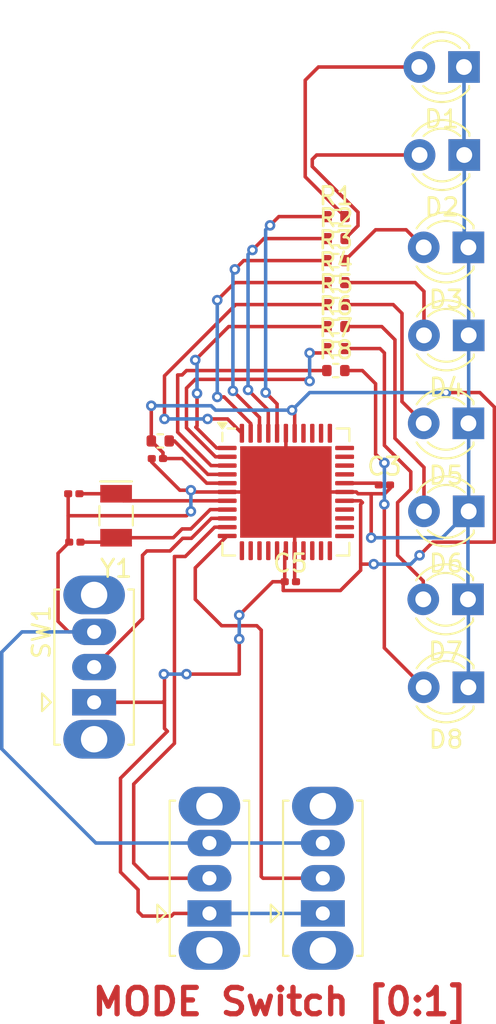
<source format=kicad_pcb>
(kicad_pcb (version 20240108) (generator "pcbnew") (generator_version "8.0")
  (layers (0 "F.Cu" signal) (31 "B.Cu" signal) (34 "B.Paste" user) (35 "F.Paste" user) (36 "B.SilkS" user "B.Silkscreen") (37 "F.SilkS" user "F.Silkscreen") (38 "B.Mask" user) (39 "F.Mask" user) (44 "Edge.Cuts" user))
  (net 0 "")
  (net 1 "GND")
  (net 2 "Net-(U1-XTAL2)")
  (net 3 "Net-(U1-XTAL1)")
  (net 4 "Net-(U1-AREF)")
  (net 5 "VDD")
  (net 6 "Net-(D1-A)")
  (net 7 "Net-(D2-A)")
  (net 8 "Net-(D3-A)")
  (net 9 "Net-(D4-A)")
  (net 10 "Net-(D5-A)")
  (net 11 "Net-(D6-A)")
  (net 12 "Net-(D7-A)")
  (net 13 "Net-(D8-A)")
  (net 14 "Net-(U1-PB0)")
  (net 15 "Net-(U1-PB1)")
  (net 16 "Net-(U1-PB2)")
  (net 17 "Net-(U1-PB3)")
  (net 18 "Net-(U1-PB4)")
  (net 19 "Net-(U1-PB5)")
  (net 20 "Net-(U1-PB6)")
  (net 21 "Net-(U1-PB7)")
  (net 22 "Net-(U1-~{RESET})")
  (net 23 "Net-(SW1-B)")
  (net 24 "Net-(SW2-B)")
  (net 25 "Net-(SW3-B)")
  (footprint "Resistor_SMD:R_0402_1005Metric" (layer "F.Cu") (at 60.49 31.25)
    (property "Reference" "R4" (at 0 -1.17 0) (layer "F.SilkS"))
    (property "Value" "10k")
    (fp_line (start -0.153641 -0.38) (end 0.153641 -0.38) (stroke (width 0.12)) (layer "F.SilkS"))
    (fp_line (start -0.153641 0.38) (end 0.153641 0.38) (stroke (width 0.12)) (layer "F.SilkS"))
    (pad "1" smd roundrect (at -0.51 0) (size 0.54 0.64) (layers "F.Cu" "F.Paste" "F.Mask") (net 17 "Net-(U1-PB3)"))
    (pad "2" smd roundrect (at 0.51 0) (size 0.54 0.64) (layers "F.Cu" "F.Paste" "F.Mask") (net 9 "Net-(D4-A)"))
  )
  (footprint "Resistor_SMD:R_0402_1005Metric" (layer "F.Cu") (at 60.49 35)
    (property "Reference" "R7" (at 0 -1.17 0) (layer "F.SilkS"))
    (property "Value" "10k")
    (fp_line (start -0.153641 -0.38) (end 0.153641 -0.38) (stroke (width 0.12)) (layer "F.SilkS"))
    (fp_line (start -0.153641 0.38) (end 0.153641 0.38) (stroke (width 0.12)) (layer "F.SilkS"))
    (pad "1" smd roundrect (at -0.51 0) (size 0.54 0.64) (layers "F.Cu" "F.Paste" "F.Mask") (net 20 "Net-(U1-PB6)"))
    (pad "2" smd roundrect (at 0.51 0) (size 0.54 0.64) (layers "F.Cu" "F.Paste" "F.Mask") (net 12 "Net-(D7-A)"))
  )
  (footprint "Resistor_SMD:R_0402_1005Metric" (layer "F.Cu") (at 60.49 36.25)
    (property "Reference" "R8" (at 0 -1.17 0) (layer "F.SilkS"))
    (property "Value" "10k")
    (fp_line (start -0.153641 -0.38) (end 0.153641 -0.38) (stroke (width 0.12)) (layer "F.SilkS"))
    (fp_line (start -0.153641 0.38) (end 0.153641 0.38) (stroke (width 0.12)) (layer "F.SilkS"))
    (pad "1" smd roundrect (at -0.51 0) (size 0.54 0.64) (layers "F.Cu" "F.Paste" "F.Mask") (net 21 "Net-(U1-PB7)"))
    (pad "2" smd roundrect (at 0.51 0) (size 0.54 0.64) (layers "F.Cu" "F.Paste" "F.Mask") (net 13 "Net-(D8-A)"))
  )
  (footprint "Resistor_SMD:R_0402_1005Metric" (layer "F.Cu") (at 60.5 33.75)
    (property "Reference" "R6" (at 0 -1.17 0) (layer "F.SilkS"))
    (property "Value" "10k")
    (fp_line (start -0.153641 -0.38) (end 0.153641 -0.38) (stroke (width 0.12)) (layer "F.SilkS"))
    (fp_line (start -0.153641 0.38) (end 0.153641 0.38) (stroke (width 0.12)) (layer "F.SilkS"))
    (pad "1" smd roundrect (at -0.51 0) (size 0.54 0.64) (layers "F.Cu" "F.Paste" "F.Mask") (net 19 "Net-(U1-PB5)"))
    (pad "2" smd roundrect (at 0.51 0) (size 0.54 0.64) (layers "F.Cu" "F.Paste" "F.Mask") (net 11 "Net-(D6-A)"))
  )
  (footprint "Capacitor_SMD:C_0201_0603Metric" (layer "F.Cu") (at 63.25 42.75)
    (property "Reference" "C3" (at 0 -1.05 0) (layer "F.SilkS"))
    (property "Value" "100nf")
    (pad "1" smd roundrect (at -0.32 0) (size 0.46 0.4) (layers "F.Cu" "F.Mask") (net 4 "Net-(U1-AREF)"))
    (pad "2" smd roundrect (at 0.32 0) (size 0.46 0.4) (layers "F.Cu" "F.Mask") (net 1 "GND"))
  )
  (footprint "Resistor_SMD:R_0402_1005Metric" (layer "F.Cu") (at 60.5 27.5)
    (property "Reference" "R1" (at 0 -1.17 0) (layer "F.SilkS"))
    (property "Value" "10k")
    (fp_line (start -0.153641 -0.38) (end 0.153641 -0.38) (stroke (width 0.12)) (layer "F.SilkS"))
    (fp_line (start -0.153641 0.38) (end 0.153641 0.38) (stroke (width 0.12)) (layer "F.SilkS"))
    (pad "1" smd roundrect (at -0.51 0) (size 0.54 0.64) (layers "F.Cu" "F.Paste" "F.Mask") (net 14 "Net-(U1-PB0)"))
    (pad "2" smd roundrect (at 0.51 0) (size 0.54 0.64) (layers "F.Cu" "F.Paste" "F.Mask") (net 6 "Net-(D1-A)"))
  )
  (footprint "Resistor_SMD:R_0402_1005Metric" (layer "F.Cu") (at 50.51 40.25)
    (property "Reference" "R9" (hide yes))
    (property "Value" "10k")
    (fp_line (start -0.153641 -0.38) (end 0.153641 -0.38) (stroke (width 0.12)) (layer "F.SilkS"))
    (fp_line (start -0.153641 0.38) (end 0.153641 0.38) (stroke (width 0.12)) (layer "F.SilkS"))
    (pad "1" smd roundrect (at -0.51 0) (size 0.54 0.64) (layers "F.Cu" "F.Paste" "F.Mask") (net 5 "VDD"))
    (pad "2" smd roundrect (at 0.51 0) (size 0.54 0.64) (layers "F.Cu" "F.Paste" "F.Mask") (net 22 "Net-(U1-~{RESET})"))
  )
  (footprint "LED_THT:LED_D3.0mm" (layer "F.Cu") (at 68.04 44.25 180)
    (property "Reference" "D6" (at 1.27 -2.96 180) (layer "F.SilkS"))
    (property "Value" "LED")
    (fp_line (start -0.29 1.08) (end -0.29 1.236) (stroke (width 0.12)) (layer "F.SilkS"))
    (fp_line (start -0.29 -1.236) (end -0.29 -1.08) (stroke (width 0.12)) (layer "F.SilkS"))
    (fp_arc (start 2.942335 1.078608) (mid 1.366487 1.987659) (end -0.29 1.235516) (stroke (width 0.12)) (layer "F.SilkS"))
    (fp_arc (start 2.31113 1.079837) (mid 1.270117 1.5) (end 0.229039 1.08) (stroke (width 0.12)) (layer "F.SilkS"))
    (fp_arc (start 0.229039 -1.08) (mid 1.270117 -1.5) (end 2.31113 -1.079837) (stroke (width 0.12)) (layer "F.SilkS"))
    (fp_arc (start -0.29 -1.235516) (mid 1.366487 -1.987659) (end 2.942335 -1.078608) (stroke (width 0.12)) (layer "F.SilkS"))
    (pad "1" thru_hole rect (at 0 0 180) (size 1.8 1.8) (drill 0.9) (layers "*.Cu" "*.Mask") (net 1 "GND"))
    (pad "2" thru_hole circle (at 2.54 0 180) (size 1.8 1.8) (drill 0.9) (layers "*.Cu" "*.Mask") (net 11 "Net-(D6-A)"))
  )
  (footprint "LED_THT:LED_D3.0mm" (layer "F.Cu") (at 67.79 24 180)
    (property "Reference" "D2" (at 1.27 -2.96 180) (layer "F.SilkS"))
    (property "Value" "LED")
    (fp_line (start -0.29 1.08) (end -0.29 1.236) (stroke (width 0.12)) (layer "F.SilkS"))
    (fp_line (start -0.29 -1.236) (end -0.29 -1.08) (stroke (width 0.12)) (layer "F.SilkS"))
    (fp_arc (start 2.942335 1.078608) (mid 1.366487 1.987659) (end -0.29 1.235516) (stroke (width 0.12)) (layer "F.SilkS"))
    (fp_arc (start 2.31113 1.079837) (mid 1.270117 1.5) (end 0.229039 1.08) (stroke (width 0.12)) (layer "F.SilkS"))
    (fp_arc (start 0.229039 -1.08) (mid 1.270117 -1.5) (end 2.31113 -1.079837) (stroke (width 0.12)) (layer "F.SilkS"))
    (fp_arc (start -0.29 -1.235516) (mid 1.366487 -1.987659) (end 2.942335 -1.078608) (stroke (width 0.12)) (layer "F.SilkS"))
    (pad "1" thru_hole rect (at 0 0 180) (size 1.8 1.8) (drill 0.9) (layers "*.Cu" "*.Mask") (net 1 "GND"))
    (pad "2" thru_hole circle (at 2.54 0 180) (size 1.8 1.8) (drill 0.9) (layers "*.Cu" "*.Mask") (net 7 "Net-(D2-A)"))
  )
  (footprint "LED_THT:LED_D3.0mm" (layer "F.Cu") (at 67.775 19 180)
    (property "Reference" "D1" (at 1.27 -2.96 180) (layer "F.SilkS"))
    (property "Value" "LED")
    (fp_line (start -0.29 1.08) (end -0.29 1.236) (stroke (width 0.12)) (layer "F.SilkS"))
    (fp_line (start -0.29 -1.236) (end -0.29 -1.08) (stroke (width 0.12)) (layer "F.SilkS"))
    (fp_arc (start 2.942335 1.078608) (mid 1.366487 1.987659) (end -0.29 1.235516) (stroke (width 0.12)) (layer "F.SilkS"))
    (fp_arc (start 2.31113 1.079837) (mid 1.270117 1.5) (end 0.229039 1.08) (stroke (width 0.12)) (layer "F.SilkS"))
    (fp_arc (start 0.229039 -1.08) (mid 1.270117 -1.5) (end 2.31113 -1.079837) (stroke (width 0.12)) (layer "F.SilkS"))
    (fp_arc (start -0.29 -1.235516) (mid 1.366487 -1.987659) (end 2.942335 -1.078608) (stroke (width 0.12)) (layer "F.SilkS"))
    (pad "1" thru_hole rect (at 0 0 180) (size 1.8 1.8) (drill 0.9) (layers "*.Cu" "*.Mask") (net 1 "GND"))
    (pad "2" thru_hole circle (at 2.54 0 180) (size 1.8 1.8) (drill 0.9) (layers "*.Cu" "*.Mask") (net 6 "Net-(D1-A)"))
  )
  (footprint "LED_THT:LED_D3.0mm" (layer "F.Cu") (at 68.025 54.25 180)
    (property "Reference" "D8" (at 1.27 -2.96 180) (layer "F.SilkS"))
    (property "Value" "LED")
    (fp_line (start -0.29 1.08) (end -0.29 1.236) (stroke (width 0.12)) (layer "F.SilkS"))
    (fp_line (start -0.29 -1.236) (end -0.29 -1.08) (stroke (width 0.12)) (layer "F.SilkS"))
    (fp_arc (start 2.942335 1.078608) (mid 1.366487 1.987659) (end -0.29 1.235516) (stroke (width 0.12)) (layer "F.SilkS"))
    (fp_arc (start 2.31113 1.079837) (mid 1.270117 1.5) (end 0.229039 1.08) (stroke (width 0.12)) (layer "F.SilkS"))
    (fp_arc (start 0.229039 -1.08) (mid 1.270117 -1.5) (end 2.31113 -1.079837) (stroke (width 0.12)) (layer "F.SilkS"))
    (fp_arc (start -0.29 -1.235516) (mid 1.366487 -1.987659) (end 2.942335 -1.078608) (stroke (width 0.12)) (layer "F.SilkS"))
    (pad "1" thru_hole rect (at 0 0 180) (size 1.8 1.8) (drill 0.9) (layers "*.Cu" "*.Mask") (net 1 "GND"))
    (pad "2" thru_hole circle (at 2.54 0 180) (size 1.8 1.8) (drill 0.9) (layers "*.Cu" "*.Mask") (net 13 "Net-(D8-A)"))
  )
  (footprint "Button_Switch_THT:SW_Slide_SPDT_Straight_CK_OS102011MS2Q" (layer "F.Cu") (at 59.75 67.1 90)
    (property "Reference" "SW3" (hide yes))
    (property "Value" "SW_SPDT" (hide yes))
    (fp_line (start 0.5 -2.96) (end -0.5 -2.96) (stroke (width 0.12)) (layer "F.SilkS"))
    (fp_line (start -0.5 -2.96) (end 0 -2.46) (stroke (width 0.12)) (layer "F.SilkS"))
    (fp_line (start 0 -2.46) (end 0.5 -2.96) (stroke (width 0.12)) (layer "F.SilkS"))
    (fp_line (start 6.41 -2.26) (end 6.41 -1.95) (stroke (width 0.12)) (layer "F.SilkS"))
    (fp_line (start -2.41 -2.26) (end 6.41 -2.26) (stroke (width 0.12)) (layer "F.SilkS"))
    (fp_line (start -2.41 -1.95) (end -2.41 -2.26) (stroke (width 0.12)) (layer "F.SilkS"))
    (fp_line (start 6.41 2.26) (end 6.41 1.95) (stroke (width 0.12)) (layer "F.SilkS"))
    (fp_line (start 6.41 2.26) (end -2.41 2.26) (stroke (width 0.12)) (layer "F.SilkS"))
    (fp_line (start -2.41 2.26) (end -2.41 1.95) (stroke (width 0.12)) (layer "F.SilkS"))
    (pad "" thru_hole oval (at -2.1 0 90) (size 2.2 3.5) (drill 1.5) (layers "*.Cu" "*.Mask"))
    (pad "" thru_hole oval (at 6.1 0 90) (size 2.2 3.5) (drill 1.5) (layers "*.Cu" "*.Mask"))
    (pad "1" thru_hole rect (at 0 0 90) (size 1.5 2.5) (drill 0.8) (layers "*.Cu" "*.Mask") (net 5 "VDD"))
    (pad "2" thru_hole oval (at 2 0 90) (size 1.5 2.5) (drill 0.8) (layers "*.Cu" "*.Mask") (net 25 "Net-(SW3-B)"))
    (pad "3" thru_hole oval (at 4 0 90) (size 1.5 2.5) (drill 0.8) (layers "*.Cu" "*.Mask") (net 1 "GND"))
  )
  (footprint "Crystal:Crystal_SMD_EuroQuartz_EQ161-2Pin_3.2x1.5mm" (layer "F.Cu") (at 48 44.5 -90)
    (property "Reference" "Y1" (at 3 0 180) (layer "F.SilkS"))
    (property "Value" "Crystal" (hide yes))
    (fp_line (start -0.55 0.95) (end 0.55 0.95) (stroke (width 0.12)) (layer "F.SilkS"))
    (fp_line (start -1.95 -0.9) (end -1.95 0.9) (stroke (width 0.12)) (layer "F.SilkS"))
    (fp_line (start -0.55 -0.95) (end 0.55 -0.95) (stroke (width 0.12)) (layer "F.SilkS"))
    (pad "1" smd rect (at -1.25 0 270) (size 1 1.8) (layers "F.Cu" "F.Paste" "F.Mask") (net 2 "Net-(U1-XTAL2)"))
    (pad "2" smd rect (at 1.25 0 270) (size 1 1.8) (layers "F.Cu" "F.Paste" "F.Mask") (net 3 "Net-(U1-XTAL1)"))
  )
  (footprint "Capacitor_SMD:C_0201_0603Metric" (layer "F.Cu") (at 45.595 43.25)
    (property "Reference" "C1" (hide yes))
    (property "Value" "22pf" (hide yes))
    (pad "1" smd roundrect (at -0.32 0) (size 0.46 0.4) (layers "F.Cu" "F.Mask") (net 1 "GND"))
    (pad "2" smd roundrect (at 0.32 0) (size 0.46 0.4) (layers "F.Cu" "F.Mask") (net 2 "Net-(U1-XTAL2)"))
  )
  (footprint "LED_THT:LED_D3.0mm_FlatTop" (layer "F.Cu") (at 68.04 34.25 180)
    (property "Reference" "D4" (at 1.27 -2.96 360) (layer "F.SilkS"))
    (property "Value" "LED")
    (fp_line (start -0.29 1.08) (end -0.29 1.236) (stroke (width 0.12)) (layer "F.SilkS"))
    (fp_line (start -0.29 -1.236) (end -0.29 -1.08) (stroke (width 0.12)) (layer "F.SilkS"))
    (fp_arc (start 2.942335 1.078608) (mid 1.366487 1.987659) (end -0.29 1.235516) (stroke (width 0.12)) (layer "F.SilkS"))
    (fp_arc (start 2.31113 1.079837) (mid 1.270117 1.5) (end 0.229039 1.08) (stroke (width 0.12)) (layer "F.SilkS"))
    (fp_arc (start 0.229039 -1.08) (mid 1.270117 -1.5) (end 2.31113 -1.079837) (stroke (width 0.12)) (layer "F.SilkS"))
    (fp_arc (start -0.29 -1.235516) (mid 1.366487 -1.987659) (end 2.942335 -1.078608) (stroke (width 0.12)) (layer "F.SilkS"))
    (pad "1" thru_hole rect (at 0 0 180) (size 1.8 1.8) (drill 0.9) (layers "*.Cu" "*.Mask") (net 1 "GND"))
    (pad "2" thru_hole circle (at 2.54 0 180) (size 1.8 1.8) (drill 0.9) (layers "*.Cu" "*.Mask") (net 9 "Net-(D4-A)"))
  )
  (footprint "LED_THT:LED_D3.0mm" (layer "F.Cu") (at 68.025 29.25 180)
    (property "Reference" "D3" (at 1.27 -2.96 180) (layer "F.SilkS"))
    (property "Value" "LED")
    (fp_line (start -0.29 1.08) (end -0.29 1.236) (stroke (width 0.12)) (layer "F.SilkS"))
    (fp_line (start -0.29 -1.236) (end -0.29 -1.08) (stroke (width 0.12)) (layer "F.SilkS"))
    (fp_arc (start 2.942335 1.078608) (mid 1.366487 1.987659) (end -0.29 1.235516) (stroke (width 0.12)) (layer "F.SilkS"))
    (fp_arc (start 2.31113 1.079837) (mid 1.270117 1.5) (end 0.229039 1.08) (stroke (width 0.12)) (layer "F.SilkS"))
    (fp_arc (start 0.229039 -1.08) (mid 1.270117 -1.5) (end 2.31113 -1.079837) (stroke (width 0.12)) (layer "F.SilkS"))
    (fp_arc (start -0.29 -1.235516) (mid 1.366487 -1.987659) (end 2.942335 -1.078608) (stroke (width 0.12)) (layer "F.SilkS"))
    (pad "1" thru_hole rect (at 0 0 180) (size 1.8 1.8) (drill 0.9) (layers "*.Cu" "*.Mask") (net 1 "GND"))
    (pad "2" thru_hole circle (at 2.54 0 180) (size 1.8 1.8) (drill 0.9) (layers "*.Cu" "*.Mask") (net 8 "Net-(D3-A)"))
  )
  (footprint "LED_THT:LED_D3.0mm" (layer "F.Cu") (at 68 49.25 180)
    (property "Reference" "D7" (at 1.27 -2.96 180) (layer "F.SilkS"))
    (property "Value" "LED")
    (fp_line (start -0.29 1.08) (end -0.29 1.236) (stroke (width 0.12)) (layer "F.SilkS"))
    (fp_line (start -0.29 -1.236) (end -0.29 -1.08) (stroke (width 0.12)) (layer "F.SilkS"))
    (fp_arc (start 2.942335 1.078608) (mid 1.366487 1.987659) (end -0.29 1.235516) (stroke (width 0.12)) (layer "F.SilkS"))
    (fp_arc (start 2.31113 1.079837) (mid 1.270117 1.5) (end 0.229039 1.08) (stroke (width 0.12)) (layer "F.SilkS"))
    (fp_arc (start 0.229039 -1.08) (mid 1.270117 -1.5) (end 2.31113 -1.079837) (stroke (width 0.12)) (layer "F.SilkS"))
    (fp_arc (start -0.29 -1.235516) (mid 1.366487 -1.987659) (end 2.942335 -1.078608) (stroke (width 0.12)) (layer "F.SilkS"))
    (pad "1" thru_hole rect (at 0 0 180) (size 1.8 1.8) (drill 0.9) (layers "*.Cu" "*.Mask") (net 1 "GND"))
    (pad "2" thru_hole circle (at 2.54 0 180) (size 1.8 1.8) (drill 0.9) (layers "*.Cu" "*.Mask") (net 12 "Net-(D7-A)"))
  )
  (footprint "Capacitor_SMD:C_0201_0603Metric" (layer "F.Cu") (at 45.655 46 180)
    (property "Reference" "C2" (hide yes))
    (property "Value" "22pf")
    (pad "1" smd roundrect (at -0.32 0 180) (size 0.46 0.4) (layers "F.Cu" "F.Mask") (net 3 "Net-(U1-XTAL1)"))
    (pad "2" smd roundrect (at 0.32 0 180) (size 0.46 0.4) (layers "F.Cu" "F.Mask") (net 1 "GND"))
  )
  (footprint "Resistor_SMD:R_0402_1005Metric" (layer "F.Cu") (at 60.49 30)
    (property "Reference" "R3" (at 0 -1.17 0) (layer "F.SilkS"))
    (property "Value" "10k")
    (fp_line (start -0.153641 -0.38) (end 0.153641 -0.38) (stroke (width 0.12)) (layer "F.SilkS"))
    (fp_line (start -0.153641 0.38) (end 0.153641 0.38) (stroke (width 0.12)) (layer "F.SilkS"))
    (pad "1" smd roundrect (at -0.51 0) (size 0.54 0.64) (layers "F.Cu" "F.Paste" "F.Mask") (net 16 "Net-(U1-PB2)"))
    (pad "2" smd roundrect (at 0.51 0) (size 0.54 0.64) (layers "F.Cu" "F.Paste" "F.Mask") (net 8 "Net-(D3-A)"))
  )
  (footprint "Capacitor_SMD:C_0201_0603Metric" (layer "F.Cu") (at 57.905 48.25)
    (property "Reference" "C5" (at 0 -1.05 0) (layer "F.SilkS"))
    (property "Value" "100nf")
    (pad "1" smd roundrect (at -0.32 0) (size 0.46 0.4) (layers "F.Cu" "F.Mask") (net 5 "VDD"))
    (pad "2" smd roundrect (at 0.32 0) (size 0.46 0.4) (layers "F.Cu" "F.Mask") (net 1 "GND"))
  )
  (footprint "Button_Switch_THT:SW_Slide_SPDT_Straight_CK_OS102011MS2Q" (layer "F.Cu") (at 53.305 67.1 90)
    (property "Reference" "SW2" (hide yes))
    (property "Value" "SW_SPDT" (hide yes))
    (fp_line (start 0.5 -2.96) (end -0.5 -2.96) (stroke (width 0.12)) (layer "F.SilkS"))
    (fp_line (start -0.5 -2.96) (end 0 -2.46) (stroke (width 0.12)) (layer "F.SilkS"))
    (fp_line (start 0 -2.46) (end 0.5 -2.96) (stroke (width 0.12)) (layer "F.SilkS"))
    (fp_line (start 6.41 -2.26) (end 6.41 -1.95) (stroke (width 0.12)) (layer "F.SilkS"))
    (fp_line (start -2.41 -2.26) (end 6.41 -2.26) (stroke (width 0.12)) (layer "F.SilkS"))
    (fp_line (start -2.41 -1.95) (end -2.41 -2.26) (stroke (width 0.12)) (layer "F.SilkS"))
    (fp_line (start 6.41 2.26) (end 6.41 1.95) (stroke (width 0.12)) (layer "F.SilkS"))
    (fp_line (start 6.41 2.26) (end -2.41 2.26) (stroke (width 0.12)) (layer "F.SilkS"))
    (fp_line (start -2.41 2.26) (end -2.41 1.95) (stroke (width 0.12)) (layer "F.SilkS"))
    (pad "" thru_hole oval (at -2.1 0 90) (size 2.2 3.5) (drill 1.5) (layers "*.Cu" "*.Mask"))
    (pad "" thru_hole oval (at 6.1 0 90) (size 2.2 3.5) (drill 1.5) (layers "*.Cu" "*.Mask"))
    (pad "1" thru_hole rect (at 0 0 90) (size 1.5 2.5) (drill 0.8) (layers "*.Cu" "*.Mask") (net 5 "VDD"))
    (pad "2" thru_hole oval (at 2 0 90) (size 1.5 2.5) (drill 0.8) (layers "*.Cu" "*.Mask") (net 24 "Net-(SW2-B)"))
    (pad "3" thru_hole oval (at 4 0 90) (size 1.5 2.5) (drill 0.8) (layers "*.Cu" "*.Mask") (net 1 "GND"))
  )
  (footprint "Resistor_SMD:R_0402_1005Metric" (layer "F.Cu") (at 60.51 32.5)
    (property "Reference" "R5" (at 0 -1.17 0) (layer "F.SilkS"))
    (property "Value" "10k")
    (fp_line (start -0.153641 -0.38) (end 0.153641 -0.38) (stroke (width 0.12)) (layer "F.SilkS"))
    (fp_line (start -0.153641 0.38) (end 0.153641 0.38) (stroke (width 0.12)) (layer "F.SilkS"))
    (pad "1" smd roundrect (at -0.51 0) (size 0.54 0.64) (layers "F.Cu" "F.Paste" "F.Mask") (net 18 "Net-(U1-PB4)"))
    (pad "2" smd roundrect (at 0.51 0) (size 0.54 0.64) (layers "F.Cu" "F.Paste" "F.Mask") (net 10 "Net-(D5-A)"))
  )
  (footprint "Button_Switch_THT:SW_Slide_SPDT_Straight_CK_OS102011MS2Q" (layer "F.Cu") (at 46.75 55.1 90)
    (property "Reference" "SW1" (at 3.99 -2.99 90) (layer "F.SilkS"))
    (property "Value" "SW_SPDT")
    (fp_line (start 0.5 -2.96) (end -0.5 -2.96) (stroke (width 0.12)) (layer "F.SilkS"))
    (fp_line (start -0.5 -2.96) (end 0 -2.46) (stroke (width 0.12)) (layer "F.SilkS"))
    (fp_line (start 0 -2.46) (end 0.5 -2.96) (stroke (width 0.12)) (layer "F.SilkS"))
    (fp_line (start 6.41 -2.26) (end 6.41 -1.95) (stroke (width 0.12)) (layer "F.SilkS"))
    (fp_line (start -2.41 -2.26) (end 6.41 -2.26) (stroke (width 0.12)) (layer "F.SilkS"))
    (fp_line (start -2.41 -1.95) (end -2.41 -2.26) (stroke (width 0.12)) (layer "F.SilkS"))
    (fp_line (start 6.41 2.26) (end 6.41 1.95) (stroke (width 0.12)) (layer "F.SilkS"))
    (fp_line (start 6.41 2.26) (end -2.41 2.26) (stroke (width 0.12)) (layer "F.SilkS"))
    (fp_line (start -2.41 2.26) (end -2.41 1.95) (stroke (width 0.12)) (layer "F.SilkS"))
    (pad "" thru_hole oval (at -2.1 0 90) (size 2.2 3.5) (drill 1.5) (layers "*.Cu" "*.Mask"))
    (pad "" thru_hole oval (at 6.1 0 90) (size 2.2 3.5) (drill 1.5) (layers "*.Cu" "*.Mask"))
    (pad "1" thru_hole rect (at 0 0 90) (size 1.5 2.5) (drill 0.8) (layers "*.Cu" "*.Mask") (net 5 "VDD"))
    (pad "2" thru_hole oval (at 2 0 90) (size 1.5 2.5) (drill 0.8) (layers "*.Cu" "*.Mask") (net 23 "Net-(SW1-B)"))
    (pad "3" thru_hole oval (at 4 0 90) (size 1.5 2.5) (drill 0.8) (layers "*.Cu" "*.Mask") (net 1 "GND"))
  )
  (footprint "LED_THT:LED_D3.0mm" (layer "F.Cu") (at 68.025 39.25 180)
    (property "Reference" "D5" (at 1.27 -2.96 360) (layer "F.SilkS"))
    (property "Value" "LED")
    (fp_line (start -0.29 1.08) (end -0.29 1.236) (stroke (width 0.12)) (layer "F.SilkS"))
    (fp_line (start -0.29 -1.236) (end -0.29 -1.08) (stroke (width 0.12)) (layer "F.SilkS"))
    (fp_arc (start 2.942335 1.078608) (mid 1.366487 1.987659) (end -0.29 1.235516) (stroke (width 0.12)) (layer "F.SilkS"))
    (fp_arc (start 2.31113 1.079837) (mid 1.270117 1.5) (end 0.229039 1.08) (stroke (width 0.12)) (layer "F.SilkS"))
    (fp_arc (start 0.229039 -1.08) (mid 1.270117 -1.5) (end 2.31113 -1.079837) (stroke (width 0.12)) (layer "F.SilkS"))
    (fp_arc (start -0.29 -1.235516) (mid 1.366487 -1.987659) (end 2.942335 -1.078608) (stroke (width 0.12)) (layer "F.SilkS"))
    (pad "1" thru_hole rect (at 0 0 180) (size 1.8 1.8) (drill 0.9) (layers "*.Cu" "*.Mask") (net 1 "GND"))
    (pad "2" thru_hole circle (at 2.54 0 180) (size 1.8 1.8) (drill 0.9) (layers "*.Cu" "*.Mask") (net 10 "Net-(D5-A)"))
  )
  (footprint "Resistor_SMD:R_0402_1005Metric" (layer "F.Cu") (at 60.51 28.75)
    (property "Reference" "R2" (at 0 -1.17 0) (layer "F.SilkS"))
    (property "Value" "10k")
    (fp_line (start -0.153641 -0.38) (end 0.153641 -0.38) (stroke (width 0.12)) (layer "F.SilkS"))
    (fp_line (start -0.153641 0.38) (end 0.153641 0.38) (stroke (width 0.12)) (layer "F.SilkS"))
    (pad "1" smd roundrect (at -0.51 0) (size 0.54 0.64) (layers "F.Cu" "F.Paste" "F.Mask") (net 15 "Net-(U1-PB1)"))
    (pad "2" smd roundrect (at 0.51 0) (size 0.54 0.64) (layers "F.Cu" "F.Paste" "F.Mask") (net 7 "Net-(D2-A)"))
  )
  (footprint "Capacitor_SMD:C_0201_0603Metric" (layer "F.Cu") (at 50.345 41.25 180)
    (property "Reference" "C4" (hide yes))
    (property "Value" "100nf")
    (pad "1" smd roundrect (at -0.32 0 180) (size 0.46 0.4) (layers "F.Cu" "F.Mask") (net 5 "VDD"))
    (pad "2" smd roundrect (at 0.32 0 180) (size 0.46 0.4) (layers "F.Cu" "F.Mask") (net 1 "GND"))
  )
  (footprint "Package_DFN_QFN:QFN-44-1EP_7x7mm_P0.5mm_EP5.2x5.2mm" (layer "F.Cu") (at 57.65 43.15)
    (property "Reference" "U1" (hide yes))
    (property "Value" "ATmega1284-M")
    (fp_line (start -3.61 -2.885) (end -3.61 -3.37) (stroke (width 0.12)) (layer "F.SilkS"))
    (fp_line (start -3.61 3.61) (end -3.61 2.885) (stroke (width 0.12)) (layer "F.SilkS"))
    (fp_line (start -2.885 -3.61) (end -3.31 -3.61) (stroke (width 0.12)) (layer "F.SilkS"))
    (fp_line (start -2.885 3.61) (end -3.61 3.61) (stroke (width 0.12)) (layer "F.SilkS"))
    (fp_line (start 2.885 -3.61) (end 3.61 -3.61) (stroke (width 0.12)) (layer "F.SilkS"))
    (fp_line (start 2.885 3.61) (end 3.61 3.61) (stroke (width 0.12)) (layer "F.SilkS"))
    (fp_line (start 3.61 -3.61) (end 3.61 -2.885) (stroke (width 0.12)) (layer "F.SilkS"))
    (fp_line (start 3.61 3.61) (end 3.61 2.885) (stroke (width 0.12)) (layer "F.SilkS"))
    (fp_poly (pts (xy -3.61 -3.61) (xy -3.85 -3.94) (xy -3.37 -3.94) (xy -3.61 -3.61)) (stroke (width 0.12)) (fill solid) (layer "F.SilkS"))
    (pad "1" smd roundrect (at -3.3375 -2.5) (size 1.075 0.25) (layers "F.Cu" "F.Paste" "F.Mask") (net 19 "Net-(U1-PB5)"))
    (pad "2" smd roundrect (at -3.3375 -2) (size 1.075 0.25) (layers "F.Cu" "F.Paste" "F.Mask") (net 20 "Net-(U1-PB6)"))
    (pad "3" smd roundrect (at -3.3375 -1.5) (size 1.075 0.25) (layers "F.Cu" "F.Paste" "F.Mask") (net 21 "Net-(U1-PB7)"))
    (pad "4" smd roundrect (at -3.3375 -1) (size 1.075 0.25) (layers "F.Cu" "F.Paste" "F.Mask") (net 22 "Net-(U1-~{RESET})"))
    (pad "5" smd roundrect (at -3.3375 -0.5) (size 1.075 0.25) (layers "F.Cu" "F.Paste" "F.Mask") (net 5 "VDD"))
    (pad "6" smd roundrect (at -3.3375 0) (size 1.075 0.25) (layers "F.Cu" "F.Paste" "F.Mask") (net 1 "GND"))
    (pad "7" smd roundrect (at -3.3375 0.5) (size 1.075 0.25) (layers "F.Cu" "F.Paste" "F.Mask") (net 2 "Net-(U1-XTAL2)"))
    (pad "8" smd roundrect (at -3.3375 1) (size 1.075 0.25) (layers "F.Cu" "F.Paste" "F.Mask") (net 3 "Net-(U1-XTAL1)"))
    (pad "9" smd roundrect (at -3.3375 1.5) (size 1.075 0.25) (layers "F.Cu" "F.Paste" "F.Mask") (net 23 "Net-(SW1-B)"))
    (pad "10" smd roundrect (at -3.3375 2) (size 1.075 0.25) (layers "F.Cu" "F.Paste" "F.Mask") (net 24 "Net-(SW2-B)"))
    (pad "11" smd roundrect (at -3.3375 2.5) (size 1.075 0.25) (layers "F.Cu" "F.Paste" "F.Mask") (net 25 "Net-(SW3-B)"))
    (pad "12" smd roundrect (at -2.5 3.3375) (size 0.25 1.075) (layers "F.Cu" "F.Paste" "F.Mask"))
    (pad "13" smd roundrect (at -2 3.3375) (size 0.25 1.075) (layers "F.Cu" "F.Paste" "F.Mask"))
    (pad "14" smd roundrect (at -1.5 3.3375) (size 0.25 1.075) (layers "F.Cu" "F.Paste" "F.Mask"))
    (pad "15" smd roundrect (at -1 3.3375) (size 0.25 1.075) (layers "F.Cu" "F.Paste" "F.Mask"))
    (pad "16" smd roundrect (at -0.5 3.3375) (size 0.25 1.075) (layers "F.Cu" "F.Paste" "F.Mask"))
    (pad "17" smd roundrect (at 0 3.3375) (size 0.25 1.075) (layers "F.Cu" "F.Paste" "F.Mask") (net 5 "VDD"))
    (pad "18" smd roundrect (at 0.5 3.3375) (size 0.25 1.075) (layers "F.Cu" "F.Paste" "F.Mask") (net 1 "GND"))
    (pad "19" smd roundrect (at 1 3.3375) (size 0.25 1.075) (layers "F.Cu" "F.Paste" "F.Mask"))
    (pad "20" smd roundrect (at 1.5 3.3375) (size 0.25 1.075) (layers "F.Cu" "F.Paste" "F.Mask"))
    (pad "21" smd roundrect (at 2 3.3375) (size 0.25 1.075) (layers "F.Cu" "F.Paste" "F.Mask"))
    (pad "22" smd roundrect (at 2.5 3.3375) (size 0.25 1.075) (layers "F.Cu" "F.Paste" "F.Mask"))
    (pad "23" smd roundrect (at 3.3375 2.5) (size 1.075 0.25) (layers "F.Cu" "F.Paste" "F.Mask"))
    (pad "24" smd roundrect (at 3.3375 2) (size 1.075 0.25) (layers "F.Cu" "F.Paste" "F.Mask"))
    (pad "25" smd roundrect (at 3.3375 1.5) (size 1.075 0.25) (layers "F.Cu" "F.Paste" "F.Mask"))
    (pad "26" smd roundrect (at 3.3375 1) (size 1.075 0.25) (layers "F.Cu" "F.Paste" "F.Mask"))
    (pad "27" smd roundrect (at 3.3375 0.5) (size 1.075 0.25) (layers "F.Cu" "F.Paste" "F.Mask") (net 5 "VDD"))
    (pad "28" smd roundrect (at 3.3375 0) (size 1.075 0.25) (layers "F.Cu" "F.Paste" "F.Mask") (net 1 "GND"))
    (pad "29" smd roundrect (at 3.3375 -0.5) (size 1.075 0.25) (layers "F.Cu" "F.Paste" "F.Mask") (net 4 "Net-(U1-AREF)"))
    (pad "30" smd roundrect (at 3.3375 -1) (size 1.075 0.25) (layers "F.Cu" "F.Paste" "F.Mask"))
    (pad "31" smd roundrect (at 3.3375 -1.5) (size 1.075 0.25) (layers "F.Cu" "F.Paste" "F.Mask"))
    (pad "32" smd roundrect (at 3.3375 -2) (size 1.075 0.25) (layers "F.Cu" "F.Paste" "F.Mask"))
    (pad "33" smd roundrect (at 3.3375 -2.5) (size 1.075 0.25) (layers "F.Cu" "F.Paste" "F.Mask"))
    (pad "34" smd roundrect (at 2.5 -3.3375) (size 0.25 1.075) (layers "F.Cu" "F.Paste" "F.Mask"))
    (pad "35" smd roundrect (at 2 -3.3375) (size 0.25 1.075) (layers "F.Cu" "F.Paste" "F.Mask"))
    (pad "36" smd roundrect (at 1.5 -3.3375) (size 0.25 1.075) (layers "F.Cu" "F.Paste" "F.Mask"))
    (pad "37" smd roundrect (at 1 -3.3375) (size 0.25 1.075) (layers "F.Cu" "F.Paste" "F.Mask"))
    (pad "38" smd roundrect (at 0.5 -3.3375) (size 0.25 1.075) (layers "F.Cu" "F.Paste" "F.Mask") (net 5 "VDD"))
    (pad "39" smd roundrect (at 0 -3.3375) (size 0.25 1.075) (layers "F.Cu" "F.Paste" "F.Mask") (net 1 "GND"))
    (pad "40" smd roundrect (at -0.5 -3.3375) (size 0.25 1.075) (layers "F.Cu" "F.Paste" "F.Mask") (net 14 "Net-(U1-PB0)"))
    (pad "41" smd roundrect (at -1 -3.3375) (size 0.25 1.075) (layers "F.Cu" "F.Paste" "F.Mask") (net 15 "Net-(U1-PB1)"))
    (pad "42" smd roundrect (at -1.5 -3.3375) (size 0.25 1.075) (layers "F.Cu" "F.Paste" "F.Mask") (net 16 "Net-(U1-PB2)"))
    (pad "43" smd roundrect (at -2 -3.3375) (size 0.25 1.075) (layers "F.Cu" "F.Paste" "F.Mask") (net 17 "Net-(U1-PB3)"))
    (pad "44" smd roundrect (at -2.5 -3.3375) (size 0.25 1.075) (layers "F.Cu" "F.Paste" "F.Mask") (net 18 "Net-(U1-PB4)"))
    (pad "45" smd rect (at 0 0) (size 5.2 5.2) (property pad_prop_heatsink) (layers "F.Cu" "F.Mask") (net 1 "GND"))
  )
  (gr_text "MODE Switch [0:1]\n" (at 46.5 73 0) (layer "F.Cu") (effects (font (size 1.5 1.5) (thickness 0.3) (bold yes)) (justify left bottom)))
  (segment (start 61.65 43.15) (end 60.9875 43.15) (width 0.2) (layer "F.Cu") (net 1))
  (segment (start 57.65 39.8125) (end 57.65 43.15) (width 0.2) (layer "F.Cu") (net 1))
  (segment (start 44.7 46.635) (end 44.7 50.5) (width 0.2) (layer "F.Cu") (net 1))
  (segment (start 45.275 44.5) (end 45.275 45.94) (width 0.2) (layer "F.Cu") (net 1))
  (segment (start 50.025 41.25) (end 50.025 41.449999) (width 0.2) (layer "F.Cu") (net 1))
  (segment (start 62.5 43.25) (end 61.75 43.25) (width 0.2) (layer "F.Cu") (net 1))
  (segment (start 58.15 46.4875) (end 58.15 48.175) (width 0.2) (layer "F.Cu") (net 1))
  (segment (start 50.025 41.449999) (end 51.625001 43.05) (width 0.2) (layer "F.Cu") (net 1))
  (segment (start 45.275 43.25) (end 45.275 44.5) (width 0.2) (layer "F.Cu") (net 1))
  (segment (start 45.275 44.5) (end 52 44.5) (width 0.2) (layer "F.Cu") (net 1))
  (segment (start 45.335 46) (end 44.7 46.635) (width 0.2) (layer "F.Cu") (net 1))
  (segment (start 52 44.5) (end 52.25 44.25) (width 0.2) (layer "F.Cu") (net 1))
  (segment (start 61.75 43.25) (end 61.65 43.15) (width 0.2) (layer "F.Cu") (net 1))
  (segment (start 63.57 42.949999) (end 63.269999 43.25) (width 0.2) (layer "F.Cu") (net 1))
  (segment (start 63.57 42.75) (end 63.57 42.949999) (width 0.2) (layer "F.Cu") (net 1))
  (segment (start 58.15 48.175) (end 58.225 48.25) (width 0.2) (layer "F.Cu") (net 1))
  (segment (start 58.15 43.65) (end 57.65 43.15) (width 0.2) (layer "F.Cu") (net 1))
  (segment (start 45.3 51.1) (end 46.75 51.1) (width 0.2) (layer "F.Cu") (net 1))
  (segment (start 51.625001 43.05) (end 52.25 43.05) (width 0.2) (layer "F.Cu") (net 1))
  (segment (start 57.65 43.15) (end 54.3125 43.15) (width 0.2) (layer "F.Cu") (net 1))
  (segment (start 45.275 45.94) (end 45.335 46) (width 0.2) (layer "F.Cu") (net 1))
  (segment (start 52.25 43.05) (end 52.35 43.15) (width 0.2) (layer "F.Cu") (net 1))
  (segment (start 62.5 45.75) (end 62.5 43.25) (width 0.2) (layer "F.Cu") (net 1))
  (segment (start 52.35 43.15) (end 54.3125 43.15) (width 0.2) (layer "F.Cu") (net 1))
  (segment (start 58.15 46.4875) (end 58.15 43.65) (width 0.2) (layer "F.Cu") (net 1))
  (segment (start 63.269999 43.25) (end 62.5 43.25) (width 0.2) (layer "F.Cu") (net 1))
  (segment (start 60.9875 43.15) (end 57.65 43.15) (width 0.2) (layer "F.Cu") (net 1))
  (segment (start 44.7 50.5) (end 45.3 51.1) (width 0.2) (layer "F.Cu") (net 1))
  (via (at 62.5 45.75) (size 0.6) (drill 0.3) (layers "F.Cu" "B.Cu") (net 1))
  (via (at 52.25 44.25) (size 0.6) (drill 0.3) (layers "F.Cu" "B.Cu") (net 1))
  (via (at 52.25 43.05) (size 0.6) (drill 0.3) (layers "F.Cu" "B.Cu") (net 1))
  (segment (start 67.79 29.015) (end 68.025 29.25) (width 0.2) (layer "B.Cu") (net 1))
  (segment (start 67.775 23.985) (end 67.79 24) (width 0.2) (layer "B.Cu") (net 1))
  (segment (start 68.04 34.25) (end 68.04 29.265) (width 0.2) (layer "B.Cu") (net 1))
  (segment (start 68 44.29) (end 68.04 44.25) (width 0.2) (layer "B.Cu") (net 1))
  (segment (start 53.305 63.1) (end 46.85 63.1) (width 0.2) (layer "B.Cu") (net 1))
  (segment (start 68.04 29.265) (end 68.025 29.25) (width 0.2) (layer "B.Cu") (net 1))
  (segment (start 68.025 49.275) (end 68 49.25) (width 0.2) (layer "B.Cu") (net 1))
  (segment (start 41.5 57.75) (end 41.5 52.25) (width 0.2) (layer "B.Cu") (net 1))
  (segment (start 67.79 24) (end 67.79 29.015) (width 0.2) (layer "B.Cu") (net 1))
  (segment (start 41.5 52.25) (end 42.65 51.1) (width 0.2) (layer "B.Cu") (net 1))
  (segment (start 68 49.25) (end 68 44.29) (width 0.2) (layer "B.Cu") (net 1))
  (segment (start 66.54 45.75) (end 62.5 45.75) (width 0.2) (layer "B.Cu") (net 1))
  (segment (start 68.04 34.25) (end 68.04 39.235) (width 0.2) (layer "B.Cu") (net 1))
  (segment (start 68.04 39.265) (end 68.025 39.25) (width 0.2) (layer "B.Cu") (net 1))
  (segment (start 52.25 44.25) (end 52.25 43.05) (width 0.2) (layer "B.Cu") (net 1))
  (segment (start 68.04 44.25) (end 68.04 39.265) (width 0.2) (layer "B.Cu") (net 1))
  (segment (start 68.04 44.25) (end 66.54 45.75) (width 0.2) (layer "B.Cu") (net 1))
  (segment (start 68.04 39.235) (end 68.025 39.25) (width 0.2) (layer "B.Cu") (net 1))
  (segment (start 59.75 63.1) (end 53.305 63.1) (width 0.2) (layer "B.Cu") (net 1))
  (segment (start 68.025 54.25) (end 68.025 49.275) (width 0.2) (layer "B.Cu") (net 1))
  (segment (start 67.775 19) (end 67.775 23.985) (width 0.2) (layer "B.Cu") (net 1))
  (segment (start 46.85 63.1) (end 41.5 57.75) (width 0.2) (layer "B.Cu") (net 1))
  (segment (start 42.65 51.1) (end 46.75 51.1) (width 0.2) (layer "B.Cu") (net 1))
  (segment (start 48.4 43.65) (end 54.3125 43.65) (width 0.2) (layer "F.Cu") (net 2))
  (segment (start 48 43.25) (end 48.4 43.65) (width 0.2) (layer "F.Cu") (net 2))
  (segment (start 48 43.25) (end 45.915 43.25) (width 0.2) (layer "F.Cu") (net 2))
  (segment (start 52.25 45.25) (end 51.75 45.25) (width 0.2) (layer "F.Cu") (net 3))
  (segment (start 51.75 45.25) (end 51.25 45.75) (width 0.2) (layer "F.Cu") (net 3))
  (segment (start 53.35 44.15) (end 52.25 45.25) (width 0.2) (layer "F.Cu") (net 3))
  (segment (start 45.975 46) (end 47.75 46) (width 0.2) (layer "F.Cu") (net 3))
  (segment (start 47.75 46) (end 48 45.75) (width 0.2) (layer "F.Cu") (net 3))
  (segment (start 51.25 45.75) (end 48 45.75) (width 0.2) (layer "F.Cu") (net 3))
  (segment (start 54.3125 44.15) (end 53.35 44.15) (width 0.2) (layer "F.Cu") (net 3))
  (segment (start 62.83 42.65) (end 60.9875 42.65) (width 0.2) (layer "F.Cu") (net 4))
  (segment (start 62.93 42.75) (end 62.83 42.65) (width 0.2) (layer "F.Cu") (net 4))
  (segment (start 60.75 48.75) (end 57.5 48.75) (width 0.2) (layer "F.Cu") (net 5))
  (segment (start 57.585 46.5525) (end 57.65 46.4875) (width 0.2) (layer "F.Cu") (net 5))
  (segment (start 57.5 48.75) (end 57.5 48.335) (width 0.2) (layer "F.Cu") (net 5))
  (segment (start 61.9 47.25) (end 61.9 47.6) (width 0.2) (layer "F.Cu") (net 5))
  (segment (start 50.915686 56.75) (end 50.75 56.584314) (width 0.2) (layer "F.Cu") (net 5))
  (segment (start 57.5 48.335) (end 57.585 48.25) (width 0.2) (layer "F.Cu") (net 5))
  (segment (start 62 43.75) (end 61.9 43.85) (width 0.2) (layer "F.Cu") (net 5))
  (segment (start 66 46) (end 69.5 46) (width 0.2) (layer "F.Cu") (net 5))
  (segment (start 50.75 55) (end 50.75 53.534314) (width 0.2) (layer "F.Cu") (net 5))
  (segment (start 61.9 47.25) (end 62.646019 47.25) (width 0.2) (layer "F.Cu") (net 5))
  (segment (start 65.25 46.75) (end 66 46) (width 0.2) (layer "F.Cu") (net 5))
  (segment (start 49.25 65.75) (end 48.25 64.75) (width 0.2) (layer "F.Cu") (net 5))
  (segment (start 50.75 53.534314) (end 50.715686 53.5) (width 0.2) (layer "F.Cu") (net 5))
  (segment (start 68.675 37.5) (end 66.75 37.5) (width 0.2) (layer "F.Cu") (net 5))
  (segment (start 60.9875 43.65) (end 61.9 43.65) (width 0.2) (layer "F.Cu") (net 5))
  (segment (start 52 53.5) (end 55 53.5) (width 0.2) (layer "F.Cu") (net 5))
  (segment (start 48.25 64.75) (end 48.25 59.415686) (width 0.2) (layer "F.Cu") (net 5))
  (segment (start 69.5 46) (end 69.5 38.325) (width 0.2) (layer "F.Cu") (net 5))
  (segment (start 51.75 41.25) (end 50.665 41.25) (width 0.2) (layer "F.Cu") (net 5))
  (segment (start 53.15 42.65) (end 51.75 41.25) (width 0.2) (layer "F.Cu") (net 5))
  (segment (start 50.65 55.1) (end 46.75 55.1) (width 0.2) (layer "F.Cu") (net 5))
  (segment (start 56.9 48.25) (end 57.585 48.25) (width 0.2) (layer "F.Cu") (net 5))
  (segment (start 50.665 41.25) (end 50.665 40.915) (width 0.2) (layer "F.Cu") (net 5))
  (segment (start 51.284314 67.1) (end 51.134314 67.25) (width 0.2) (layer "F.Cu") (net 5))
  (segment (start 49.25 67) (end 49.25 65.75) (width 0.2) (layer "F.Cu") (net 5))
  (segment (start 50.665 40.915) (end 50 40.25) (width 0.2) (layer "F.Cu") (net 5))
  (segment (start 49.5 67.25) (end 49.25 67) (width 0.2) (layer "F.Cu") (net 5))
  (segment (start 53.305 67.1) (end 51.284314 67.1) (width 0.2) (layer "F.Cu") (net 5))
  (segment (start 57.585 48.25) (end 57.585 46.5525) (width 0.2) (layer "F.Cu") (net 5))
  (segment (start 48.25 59.415686) (end 50.915686 56.75) (width 0.2) (layer "F.Cu") (net 5))
  (segment (start 54.3125 42.65) (end 53.15 42.65) (width 0.2) (layer "F.Cu") (net 5))
  (segment (start 61.9 47.6) (end 60.75 48.75) (width 0.2) (layer "F.Cu") (net 5))
  (segment (start 51.134314 67.25) (end 49.5 67.25) (width 0.2) (layer "F.Cu") (net 5))
  (segment (start 69.5 38.325) (end 68.675 37.5) (width 0.2) (layer "F.Cu") (net 5))
  (segment (start 50 38.25) (end 50 40.25) (width 0.2) (layer "F.Cu") (net 5))
  (segment (start 61.9 43.85) (end 61.9 47.25) (width 0.2) (layer "F.Cu") (net 5))
  (segment (start 50.75 56.584314) (end 50.75 55) (width 0.2) (layer "F.Cu") (net 5))
  (segment (start 55 53.5) (end 55 51.5) (width 0.2) (layer "F.Cu") (net 5))
  (segment (start 50.75 55) (end 50.65 55.1) (width 0.2) (layer "F.Cu") (net 5))
  (segment (start 55 50.15) (end 56.9 48.25) (width 0.2) (layer "F.Cu") (net 5))
  (segment (start 58.15 39.8125) (end 58.15 38.65) (width 0.2) (layer "F.Cu") (net 5))
  (segment (start 58.15 38.65) (end 58 38.5) (width 0.2) (layer "F.Cu") (net 5))
  (segment (start 61.9 43.65) (end 62 43.75) (width 0.2) (layer "F.Cu") (net 5))
  (via (at 62.646019 47.25) (size 0.6) (drill 0.3) (layers "F.Cu" "B.Cu") (net 5))
  (via (at 55 51.5) (size 0.6) (drill 0.3) (layers "F.Cu" "B.Cu") (net 5))
  (via (at 55 50.15) (size 0.6) (drill 0.3) (layers "F.Cu" "B.Cu") (net 5))
  (via (at 52 53.5) (size 0.6) (drill 0.3) (layers "F.Cu" "B.Cu") (net 5))
  (via (at 50.715686 53.5) (size 0.6) (drill 0.3) (layers "F.Cu" "B.Cu") (net 5))
  (via (at 66.75 37.5) (size 0.6) (drill 0.3) (layers "F.Cu" "B.Cu") (net 5))
  (via (at 65.25 46.75) (size 0.6) (drill 0.3) (layers "F.Cu" "B.Cu") (net 5))
  (via (at 50 38.25) (size 0.6) (drill 0.3) (layers "F.Cu" "B.Cu") (net 5))
  (via (at 58 38.5) (size 0.6) (drill 0.3) (layers "F.Cu" "B.Cu") (net 5))
  (segment (start 66.75 37.5) (end 59 37.5) (width 0.2) (layer "B.Cu") (net 5))
  (segment (start 59.75 67.1) (end 53.305 67.1) (width 0.2) (layer "B.Cu") (net 5))
  (segment (start 55 51.5) (end 55 50.15) (width 0.2) (layer "B.Cu") (net 5))
  (segment (start 53.651471 38.5) (end 53.401471 38.25) (width 0.2) (layer "B.Cu") (net 5))
  (segment (start 58 38.5) (end 53.651471 38.5) (width 0.2) (layer "B.Cu") (net 5))
  (segment (start 59 37.5) (end 58 38.5) (width 0.2) (layer "B.Cu") (net 5))
  (segment (start 64.75 47.25) (end 65.25 46.75) (width 0.2) (layer "B.Cu") (net 5))
  (segment (start 53.401471 38.25) (end 50 38.25) (width 0.2) (layer "B.Cu") (net 5))
  (segment (start 62.646019 47.25) (end 64.75 47.25) (width 0.2) (layer "B.Cu") (net 5))
  (segment (start 50.715686 53.5) (end 52 53.5) (width 0.2) (layer "B.Cu") (net 5))
  (segment (start 59.5 19) (end 65.235 19) (width 0.2) (layer "F.Cu") (net 6))
  (segment (start 61.01 27.5) (end 58.75 25.24) (width 0.2) (layer "F.Cu") (net 6))
  (segment (start 58.75 25.24) (end 58.75 19.75) (width 0.2) (layer "F.Cu") (net 6))
  (segment (start 58.75 19.75) (end 59.5 19) (width 0.2) (layer "F.Cu") (net 6))
  (segment (start 59.15 24.25) (end 59.4 24) (width 0.2) (layer "F.Cu") (net 7))
  (segment (start 61.75 28.02) (end 61.75 27.25) (width 0.2) (layer "F.Cu") (net 7))
  (segment (start 61.75 27.25) (end 59.15 24.65) (width 0.2) (layer "F.Cu") (net 7))
  (segment (start 59.4 24) (end 65.25 24) (width 0.2) (layer "F.Cu") (net 7))
  (segment (start 59.15 24.65) (end 59.15 24.25) (width 0.2) (layer "F.Cu") (net 7))
  (segment (start 61.02 28.75) (end 61.75 28.02) (width 0.2) (layer "F.Cu") (net 7))
  (segment (start 62.75 28.25) (end 64.485 28.25) (width 0.2) (layer "F.Cu") (net 8))
  (segment (start 64.485 28.25) (end 65.485 29.25) (width 0.2) (layer "F.Cu") (net 8))
  (segment (start 61 30) (end 62.75 28.25) (width 0.2) (layer "F.Cu") (net 8))
  (segment (start 65 31.25) (end 65.5 31.75) (width 0.2) (layer "F.Cu") (net 9))
  (segment (start 61 31.25) (end 65 31.25) (width 0.2) (layer "F.Cu") (net 9))
  (segment (start 65.5 31.75) (end 65.5 34.25) (width 0.2) (layer "F.Cu") (net 9))
  (segment (start 61.02 32.5) (end 63.75 32.5) (width 0.2) (layer "F.Cu") (net 10))
  (segment (start 64.25 38.015) (end 65.485 39.25) (width 0.2) (layer "F.Cu") (net 10))
  (segment (start 64.25 33) (end 64.25 38.015) (width 0.2) (layer "F.Cu") (net 10))
  (segment (start 63.75 32.5) (end 64.25 33) (width 0.2) (layer "F.Cu") (net 10))
  (segment (start 63.85 40.1) (end 65.5 41.75) (width 0.2) (layer "F.Cu") (net 11))
  (segment (start 65.5 41.75) (end 65.5 44.25) (width 0.2) (layer "F.Cu") (net 11))
  (segment (start 61.01 33.75) (end 63.1 33.75) (width 0.2) (layer "F.Cu") (net 11))
  (segment (start 63.85 34.5) (end 63.85 40.1) (width 0.2) (layer "F.Cu") (net 11))
  (segment (start 63.1 33.75) (end 63.85 34.5) (width 0.2) (layer "F.Cu") (net 11))
  (segment (start 61 35) (end 63 35) (width 0.2) (layer "F.Cu") (net 12))
  (segment (start 63 35) (end 63.25 35.25) (width 0.2) (layer "F.Cu") (net 12))
  (segment (start 65.46 48.21) (end 65.46 49.25) (width 0.2) (layer "F.Cu") (net 12))
  (segment (start 64 46.75) (end 65.46 48.21) (width 0.2) (layer "F.Cu") (net 12))
  (segment (start 64.75 42) (end 64.75 43) (width 0.2) (layer "F.Cu") (net 12))
  (segment (start 63.25 40.5) (end 64.75 42) (width 0.2) (layer "F.Cu") (net 12))
  (segment (start 64 43.75) (end 64 46.75) (width 0.2) (layer "F.Cu") (net 12))
  (segment (start 63.25 35.25) (end 63.25 40.5) (width 0.2) (layer "F.Cu") (net 12))
  (segment (start 64.75 43) (end 64 43.75) (width 0.2) (layer "F.Cu") (net 12))
  (segment (start 62.75 41) (end 63.25 41.5) (width 0.2) (layer "F.Cu") (net 13))
  (segment (start 63.246019 43.85) (end 63.246019 52.011019) (width 0.2) (layer "F.Cu") (net 13))
  (segment (start 62 36.25) (end 62.75 37) (width 0.2) (layer "F.Cu") (net 13))
  (segment (start 62.75 37) (end 62.75 41) (width 0.2) (layer "F.Cu") (net 13))
  (segment (start 63.246019 52.011019) (end 65.485 54.25) (width 0.2) (layer "F.Cu") (net 13))
  (segment (start 61 36.25) (end 62 36.25) (width 0.2) (layer "F.Cu") (net 13))
  (via (at 63.246019 43.85) (size 0.6) (drill 0.3) (layers "F.Cu" "B.Cu") (net 13))
  (via (at 63.25 41.5) (size 0.6) (drill 0.3) (layers "F.Cu" "B.Cu") (net 13))
  (segment (start 63.25 43.846019) (end 63.246019 43.85) (width 0.2) (layer "B.Cu") (net 13))
  (segment (start 63.25 41.5) (end 63.25 43.846019) (width 0.2) (layer "B.Cu") (net 13))
  (segment (start 57.25 27.5) (end 59.99 27.5) (width 0.2) (layer "F.Cu") (net 14))
  (segment (start 56.75 28) (end 57.25 27.5) (width 0.2) (layer "F.Cu") (net 14))
  (segment (start 57.15 38.15) (end 56.5 37.5) (width 0.2) (layer "F.Cu") (net 14))
  (segment (start 57.15 39.8125) (end 57.15 38.15) (width 0.2) (layer "F.Cu") (net 14))
  (via (at 56.5 37.5) (size 0.6) (drill 0.3) (layers "F.Cu" "B.Cu") (net 14))
  (via (at 56.75 28) (size 0.6) (drill 0.3) (layers "F.Cu" "B.Cu") (net 14))
  (segment (start 56.5 37.5) (end 56.5 28.25) (width 0.2) (layer "B.Cu") (net 14))
  (segment (start 56.5 28.25) (end 56.75 28) (width 0.2) (layer "B.Cu") (net 14))
  (segment (start 55.75 29.4) (end 56.4 28.75) (width 0.2) (layer "F.Cu") (net 15))
  (segment (start 56.4 28.75) (end 60 28.75) (width 0.2) (layer "F.Cu") (net 15))
  (segment (start 56.65 38.5) (end 55.5 37.35) (width 0.2) (layer "F.Cu") (net 15))
  (segment (start 56.65 39.8125) (end 56.65 38.5) (width 0.2) (layer "F.Cu") (net 15))
  (via (at 55.5 37.35) (size 0.6) (drill 0.3) (layers "F.Cu" "B.Cu") (net 15))
  (via (at 55.75 29.4) (size 0.6) (drill 0.3) (layers "F.Cu" "B.Cu") (net 15))
  (segment (start 55.5 29.65) (end 55.75 29.4) (width 0.2) (layer "B.Cu") (net 15))
  (segment (start 55.5 37.35) (end 55.5 29.65) (width 0.2) (layer "B.Cu") (net 15))
  (segment (start 56.15 38.912085) (end 54.639276 37.401361) (width 0.2) (layer "F.Cu") (net 16))
  (segment (start 56.15 39.8125) (end 56.15 38.912085) (width 0.2) (layer "F.Cu") (net 16))
  (segment (start 55.25 30) (end 59.98 30) (width 0.2) (layer "F.Cu") (net 16))
  (segment (start 54.75 30.5) (end 55.25 30) (width 0.2) (layer "F.Cu") (net 16))
  (via (at 54.639276 37.401361) (size 0.6) (drill 0.3) (layers "F.Cu" "B.Cu") (net 16))
  (via (at 54.75 30.5) (size 0.6) (drill 0.3) (layers "F.Cu" "B.Cu") (net 16))
  (segment (start 54.639276 30.610724) (end 54.75 30.5) (width 0.2) (layer "B.Cu") (net 16))
  (segment (start 54.639276 37.401361) (end 54.639276 30.610724) (width 0.2) (layer "B.Cu") (net 16))
  (segment (start 54.75 31.25) (end 59.98 31.25) (width 0.2) (layer "F.Cu") (net 17))
  (segment (start 53.75 32.25) (end 54.75 31.25) (width 0.2) (layer "F.Cu") (net 17))
  (segment (start 54.139386 37.75) (end 53.75 37.75) (width 0.2) (layer "F.Cu") (net 17))
  (segment (start 55.65 39.260614) (end 54.139386 37.75) (width 0.2) (layer "F.Cu") (net 17))
  (segment (start 55.65 39.8125) (end 55.65 39.260614) (width 0.2) (layer "F.Cu") (net 17))
  (via (at 53.75 32.25) (size 0.6) (drill 0.3) (layers "F.Cu" "B.Cu") (net 17))
  (via (at 53.75 37.75) (size 0.6) (drill 0.3) (layers "F.Cu" "B.Cu") (net 17))
  (segment (start 53.75 37.75) (end 53.75 32.25) (width 0.2) (layer "B.Cu") (net 17))
  (segment (start 50.75 39) (end 50.75 36.551471) (width 0.2) (layer "F.Cu") (net 18))
  (segment (start 50.75 36.551471) (end 54.801471 32.5) (width 0.2) (layer "F.Cu") (net 18))
  (segment (start 54.3375 39) (end 53.2 39) (width 0.2) (layer "F.Cu") (net 18))
  (segment (start 54.801471 32.5) (end 60 32.5) (width 0.2) (layer "F.Cu") (net 18))
  (segment (start 55.15 39.8125) (end 54.3375 39) (width 0.2) (layer "F.Cu") (net 18))
  (via (at 53.2 39) (size 0.6) (drill 0.3) (layers "F.Cu" "B.Cu") (net 18))
  (via (at 50.75 39) (size 0.6) (drill 0.3) (layers "F.Cu" "B.Cu") (net 18))
  (segment (start 53.2 39) (end 50.75 39) (width 0.2) (layer "B.Cu") (net 18))
  (segment (start 54.3125 40.65) (end 53.715686 40.65) (width 0.2) (layer "F.Cu") (net 19))
  (segment (start 52.5 35.65) (end 54.4 33.75) (width 0.2) (layer "F.Cu") (net 19))
  (segment (start 52.532843 39.467157) (end 52.6 39.4) (width 0.2) (layer "F.Cu") (net 19))
  (segment (start 53.715686 40.65) (end 52.532843 39.467157) (width 0.2) (layer "F.Cu") (net 19))
  (segment (start 54.4 33.75) (end 59.99 33.75) (width 0.2) (layer "F.Cu") (net 19))
  (segment (start 52.6 39.4) (end 52.6 37.549265) (width 0.2) (layer "F.Cu") (net 19))
  (via (at 52.5 35.65) (size 0.6) (drill 0.3) (layers "F.Cu" "B.Cu") (net 19))
  (via (at 52.6 37.549265) (size 0.6) (drill 0.3) (layers "F.Cu" "B.Cu") (net 19))
  (segment (start 52.6 37.549265) (end 52.6 35.75) (width 0.2) (layer "B.Cu") (net 19))
  (segment (start 52.6 35.75) (end 52.5 35.65) (width 0.2) (layer "B.Cu") (net 19))
  (segment (start 59 35.25) (end 59.73 35.25) (width 0.2) (layer "F.Cu") (net 20))
  (segment (start 52 39.5) (end 52 37.25) (width 0.2) (layer "F.Cu") (net 20))
  (segment (start 54.3125 41.15) (end 53.65 41.15) (width 0.2) (layer "F.Cu") (net 20))
  (segment (start 53.65 41.15) (end 52 39.5) (width 0.2) (layer "F.Cu") (net 20))
  (segment (start 58.9 36.75) (end 59 36.85) (width 0.2) (layer "F.Cu") (net 20))
  (segment (start 59.73 35.25) (end 59.98 35) (width 0.2) (layer "F.Cu") (net 20))
  (segment (start 52.5 36.75) (end 58.9 36.75) (width 0.2) (layer "F.Cu") (net 20))
  (segment (start 52 37.25) (end 52.5 36.75) (width 0.2) (layer "F.Cu") (net 20))
  (via (at 59 36.85) (size 0.6) (drill 0.3) (layers "F.Cu" "B.Cu") (net 20))
  (via (at 59 35.25) (size 0.6) (drill 0.3) (layers "F.Cu" "B.Cu") (net 20))
  (segment (start 59 36.85) (end 59 35.25) (width 0.2) (layer "B.Cu") (net 20))
  (segment (start 54.3125 41.65) (end 53.4 41.65) (width 0.2) (layer "F.Cu") (net 21))
  (segment (start 51.75 36.5) (end 52 36.25) (width 0.2) (layer "F.Cu") (net 21))
  (segment (start 52 36.25) (end 59.98 36.25) (width 0.2) (layer "F.Cu") (net 21))
  (segment (start 51.5 36.5) (end 51.75 36.5) (width 0.2) (layer "F.Cu") (net 21))
  (segment (start 51.5 39.75) (end 51.5 36.5) (width 0.2) (layer "F.Cu") (net 21))
  (segment (start 53.4 41.65) (end 51.5 39.75) (width 0.2) (layer "F.Cu") (net 21))
  (segment (start 54.3125 42.15) (end 53.215686 42.15) (width 0.2) (layer "F.Cu") (net 22))
  (segment (start 53.215686 42.15) (end 51.315686 40.25) (width 0.2) (layer "F.Cu") (net 22))
  (segment (start 51.315686 40.25) (end 51.02 40.25) (width 0.2) (layer "F.Cu") (net 22))
  (segment (start 49.75 46.5) (end 49.5 46.75) (width 0.2) (layer "F.Cu") (net 23))
  (segment (start 53.415686 44.65) (end 52.282843 45.782843) (width 0.2) (layer "F.Cu") (net 23))
  (segment (start 52.282843 45.782843) (end 51.782843 45.782843) (width 0.2) (layer "F.Cu") (net 23))
  (segment (start 51.782843 45.782843) (end 51.065686 46.5) (width 0.2) (layer "F.Cu") (net 23))
  (segment (start 51.065686 46.5) (end 49.75 46.5) (width 0.2) (layer "F.Cu") (net 23))
  (segment (start 49.5 46.75) (end 49.5 50.35) (width 0.2) (layer "F.Cu") (net 23))
  (segment (start 49.5 50.35) (end 46.75 53.1) (width 0.2) (layer "F.Cu") (net 23))
  (segment (start 54.3125 44.65) (end 53.415686 44.65) (width 0.2) (layer "F.Cu") (net 23))
  (segment (start 49.85 65.1) (end 53.305 65.1) (width 0.2) (layer "F.Cu") (net 24))
  (segment (start 51.315686 57.434314) (end 49 59.75) (width 0.2) (layer "F.Cu") (net 24))
  (segment (start 53.6 45.15) (end 51.934314 46.815686) (width 0.2) (layer "F.Cu") (net 24))
  (segment (start 51.934314 46.815686) (end 51.315686 46.815686) (width 0.2) (layer "F.Cu") (net 24))
  (segment (start 49 59.75) (end 49 64.25) (width 0.2) (layer "F.Cu") (net 24))
  (segment (start 49 64.25) (end 49.85 65.1) (width 0.2) (layer "F.Cu") (net 24))
  (segment (start 51.315686 46.815686) (end 51.315686 57.434314) (width 0.2) (layer "F.Cu") (net 24))
  (segment (start 54.3125 45.15) (end 53.6 45.15) (width 0.2) (layer "F.Cu") (net 24))
  (segment (start 52.5 47.4625) (end 54.3125 45.65) (width 0.2) (layer "F.Cu") (net 25))
  (segment (start 52.5 49.25) (end 52.5 47.4625) (width 0.2) (layer "F.Cu") (net 25))
  (segment (start 56.25 51) (end 56 50.75) (width 0.2) (layer "F.Cu") (net 25))
  (segment (start 59.75 65.1) (end 56.35 65.1) (width 0.2) (layer "F.Cu") (net 25))
  (segment (start 56.35 65.1) (end 56.25 65) (width 0.2) (layer "F.Cu") (net 25))
  (segment (start 54 50.75) (end 52.5 49.25) (width 0.2) (layer "F.Cu") (net 25))
  (segment (start 56.25 65) (end 56.25 51) (width 0.2) (layer "F.Cu") (net 25))
  (segment (start 56 50.75) (end 54 50.75) (width 0.2) (layer "F.Cu") (net 25))
)
</source>
